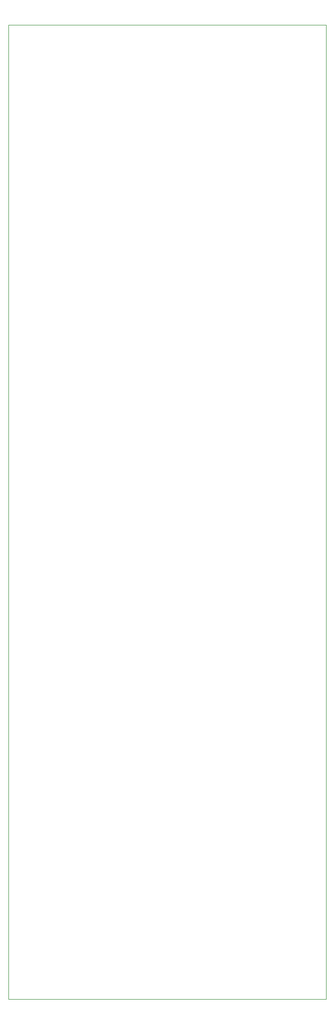
<source format=gbr>
%TF.GenerationSoftware,KiCad,Pcbnew,(6.0.0)*%
%TF.CreationDate,2022-02-22T13:29:53+00:00*%
%TF.ProjectId,Audionote Kit four v2,41756469-6f6e-46f7-9465-204b69742066,rev?*%
%TF.SameCoordinates,Original*%
%TF.FileFunction,Profile,NP*%
%FSLAX46Y46*%
G04 Gerber Fmt 4.6, Leading zero omitted, Abs format (unit mm)*
G04 Created by KiCad (PCBNEW (6.0.0)) date 2022-02-22 13:29:53*
%MOMM*%
%LPD*%
G01*
G04 APERTURE LIST*
%TA.AperFunction,Profile*%
%ADD10C,0.100000*%
%TD*%
G04 APERTURE END LIST*
D10*
X213870000Y-214460000D02*
X159750000Y-214460000D01*
X159750000Y-214460000D02*
X159750000Y-48710000D01*
X159750000Y-48710000D02*
X213870000Y-48710000D01*
X213870000Y-48710000D02*
X213870000Y-214460000D01*
M02*

</source>
